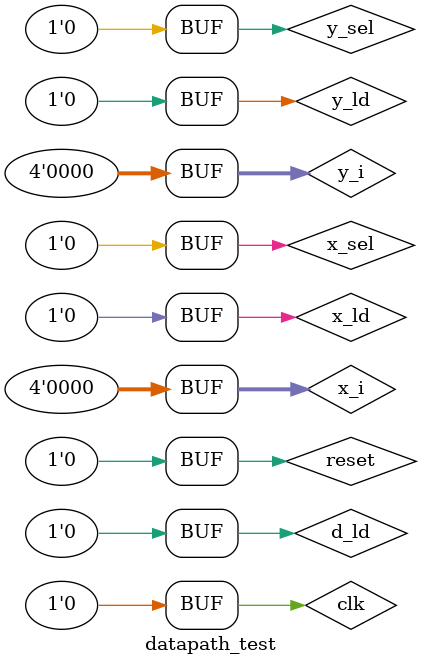
<source format=v>
`timescale 1ns / 1ps


module datapath_test;

	// Inputs
	reg [3:0] x_i;
	reg [3:0] y_i;
	reg x_sel;
	reg y_sel;
	reg x_ld;
	reg y_ld;
	reg d_ld;
	reg clk;
	reg reset;

	// Outputs
	wire [3:0] d_o;
	wire x_neq_y;
	wire x_lt_y;

	// Instantiate the Unit Under Test (UUT)
	struc_datapath uut (
		.x_i(x_i), 
		.y_i(y_i), 
		.d_o(d_o), 
		.x_sel(x_sel), 
		.y_sel(y_sel), 
		.x_ld(x_ld), 
		.y_ld(y_ld), 
		.x_neq_y(x_neq_y), 
		.x_lt_y(x_lt_y), 
		.d_ld(d_ld), 
		.clk(clk), 
		.reset(reset)
	);

	initial begin
		// Initialize Inputs
		x_i = 0;
		y_i = 0;
		x_sel = 0;
		y_sel = 0;
		x_ld = 0;
		y_ld = 0;
		d_ld = 0;
		clk = 0;
		reset = 0;

		// Wait 100 ns for global reset to finish
		#100;
        
		// Add stimulus here

	end
      
endmodule


</source>
